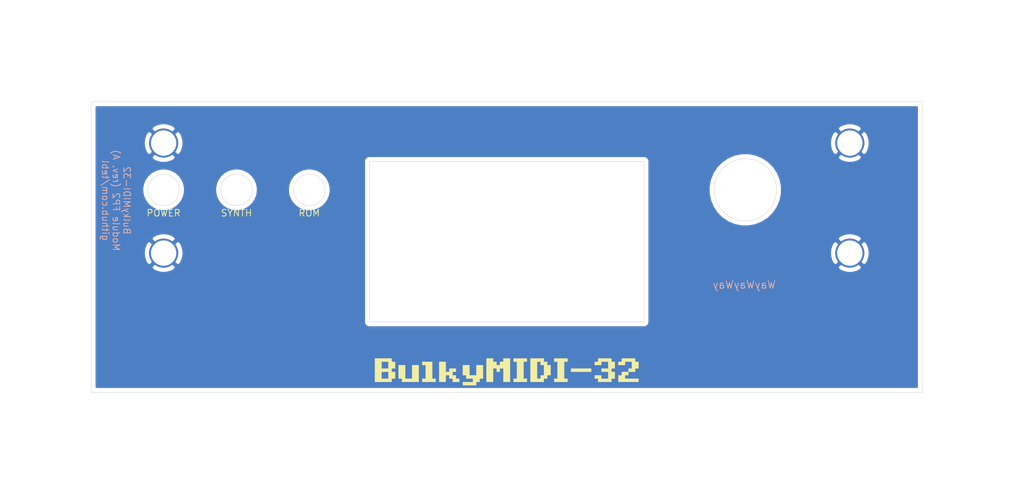
<source format=kicad_pcb>
(kicad_pcb (version 20171130) (host pcbnew "(5.1.8)-1")

  (general
    (thickness 1.6)
    (drawings 21)
    (tracks 0)
    (zones 0)
    (modules 5)
    (nets 2)
  )

  (page A4)
  (layers
    (0 F.Cu signal)
    (31 B.Cu signal)
    (32 B.Adhes user)
    (33 F.Adhes user)
    (34 B.Paste user)
    (35 F.Paste user)
    (36 B.SilkS user)
    (37 F.SilkS user)
    (38 B.Mask user)
    (39 F.Mask user)
    (40 Dwgs.User user)
    (41 Cmts.User user)
    (42 Eco1.User user)
    (43 Eco2.User user)
    (44 Edge.Cuts user)
    (45 Margin user)
    (46 B.CrtYd user)
    (47 F.CrtYd user)
    (48 B.Fab user hide)
    (49 F.Fab user)
  )

  (setup
    (last_trace_width 0.25)
    (trace_clearance 0.2)
    (zone_clearance 0.508)
    (zone_45_only no)
    (trace_min 0.2)
    (via_size 0.8)
    (via_drill 0.4)
    (via_min_size 0.4)
    (via_min_drill 0.3)
    (uvia_size 0.3)
    (uvia_drill 0.1)
    (uvias_allowed no)
    (uvia_min_size 0.2)
    (uvia_min_drill 0.1)
    (edge_width 0.05)
    (segment_width 0.2)
    (pcb_text_width 0.3)
    (pcb_text_size 1.5 1.5)
    (mod_edge_width 0.12)
    (mod_text_size 1 1)
    (mod_text_width 0.15)
    (pad_size 1.524 1.524)
    (pad_drill 0.762)
    (pad_to_mask_clearance 0)
    (aux_axis_origin 0 0)
    (grid_origin 141.09 121.579)
    (visible_elements 7FFFFFFF)
    (pcbplotparams
      (layerselection 0x011fc_ffffffff)
      (usegerberextensions true)
      (usegerberattributes false)
      (usegerberadvancedattributes false)
      (creategerberjobfile false)
      (excludeedgelayer true)
      (linewidth 0.100000)
      (plotframeref false)
      (viasonmask false)
      (mode 1)
      (useauxorigin false)
      (hpglpennumber 1)
      (hpglpenspeed 20)
      (hpglpendiameter 15.000000)
      (psnegative false)
      (psa4output false)
      (plotreference true)
      (plotvalue true)
      (plotinvisibletext false)
      (padsonsilk false)
      (subtractmaskfromsilk false)
      (outputformat 1)
      (mirror false)
      (drillshape 0)
      (scaleselection 1)
      (outputdirectory "export/"))
  )

  (net 0 "")
  (net 1 GND)

  (net_class Default "This is the default net class."
    (clearance 0.2)
    (trace_width 0.25)
    (via_dia 0.8)
    (via_drill 0.4)
    (uvia_dia 0.3)
    (uvia_drill 0.1)
  )

  (net_class PWR ""
    (clearance 0.2)
    (trace_width 0.381)
    (via_dia 0.8)
    (via_drill 0.4)
    (uvia_dia 0.3)
    (uvia_drill 0.1)
    (add_net GND)
  )

  (module artwork:BulkyMIDI-32_small locked (layer F.Cu) (tedit 0) (tstamp 62CA114F)
    (at 141.09 143.502)
    (fp_text reference G*** (at 0 0) (layer F.SilkS) hide
      (effects (font (size 1.524 1.524) (thickness 0.3)))
    )
    (fp_text value LOGO (at 0.75 0) (layer F.SilkS) hide
      (effects (font (size 1.524 1.524) (thickness 0.3)))
    )
    (fp_poly (pts (xy 10.17017 0) (xy 7.729329 0) (xy 7.729329 -0.406807) (xy 10.17017 -0.406807)
      (xy 10.17017 0)) (layer F.SilkS) (width 0.01))
    (fp_poly (pts (xy 14.645045 -0.406807) (xy 15.051852 -0.406807) (xy 15.051852 -1.220421) (xy 14.238238 -1.220421)
      (xy 14.238238 -0.813614) (xy 13.424625 -0.813614) (xy 13.424625 -1.220421) (xy 13.831431 -1.220421)
      (xy 13.831431 -1.627227) (xy 15.458659 -1.627227) (xy 15.458659 -1.220421) (xy 15.865465 -1.220421)
      (xy 15.865465 -0.406807) (xy 15.458659 -0.406807) (xy 15.458659 0) (xy 14.645045 0)
      (xy 14.645045 -0.406807)) (layer F.SilkS) (width 0.01))
    (fp_poly (pts (xy 14.645045 0.406807) (xy 14.238238 0.406807) (xy 14.238238 0.813613) (xy 15.865465 0.813613)
      (xy 15.865465 1.22042) (xy 13.424625 1.22042) (xy 13.424625 0.406807) (xy 13.831431 0.406807)
      (xy 13.831431 0) (xy 14.645045 0) (xy 14.645045 0.406807)) (layer F.SilkS) (width 0.01))
    (fp_poly (pts (xy 12.611011 -1.220421) (xy 13.017818 -1.220421) (xy 13.017818 -0.406807) (xy 12.611011 -0.406807)
      (xy 12.611011 0) (xy 13.017818 0) (xy 13.017818 0.813613) (xy 12.611011 0.813613)
      (xy 12.611011 1.22042) (xy 10.983784 1.22042) (xy 10.983784 0.813613) (xy 10.576977 0.813613)
      (xy 10.576977 0.406807) (xy 11.390591 0.406807) (xy 11.390591 0.813613) (xy 12.204204 0.813613)
      (xy 12.204204 0) (xy 11.390591 0) (xy 11.390591 -0.406807) (xy 12.204204 -0.406807)
      (xy 12.204204 -1.220421) (xy 11.390591 -1.220421) (xy 11.390591 -0.813614) (xy 10.576977 -0.813614)
      (xy 10.576977 -1.220421) (xy 10.983784 -1.220421) (xy 10.983784 -1.627227) (xy 12.611011 -1.627227)
      (xy 12.611011 -1.220421)) (layer F.SilkS) (width 0.01))
    (fp_poly (pts (xy 7.322522 -1.220421) (xy 6.915716 -1.220421) (xy 6.915716 0.813613) (xy 7.322522 0.813613)
      (xy 7.322522 1.22042) (xy 5.695295 1.22042) (xy 5.695295 0.813613) (xy 6.102102 0.813613)
      (xy 6.102102 -1.220421) (xy 5.695295 -1.220421) (xy 5.695295 -1.627227) (xy 7.322522 -1.627227)
      (xy 7.322522 -1.220421)) (layer F.SilkS) (width 0.01))
    (fp_poly (pts (xy 4.474875 -1.220421) (xy 4.881682 -1.220421) (xy 4.881682 -0.813614) (xy 5.288488 -0.813614)
      (xy 5.288488 0.406807) (xy 4.881682 0.406807) (xy 4.881682 0.813613) (xy 4.474875 0.813613)
      (xy 4.474875 1.22042) (xy 2.847648 1.22042) (xy 2.847648 -1.220421) (xy 3.661261 -1.220421)
      (xy 3.661261 0.813613) (xy 4.068068 0.813613) (xy 4.068068 0.406807) (xy 4.474875 0.406807)
      (xy 4.474875 -0.813614) (xy 4.068068 -0.813614) (xy 4.068068 -1.220421) (xy 3.661261 -1.220421)
      (xy 2.847648 -1.220421) (xy 2.847648 -1.627227) (xy 4.474875 -1.627227) (xy 4.474875 -1.220421)) (layer F.SilkS) (width 0.01))
    (fp_poly (pts (xy 2.440841 -1.220421) (xy 2.034034 -1.220421) (xy 2.034034 0.813613) (xy 2.440841 0.813613)
      (xy 2.440841 1.22042) (xy 0.813614 1.22042) (xy 0.813614 0.813613) (xy 1.22042 0.813613)
      (xy 1.22042 -1.220421) (xy 0.813614 -1.220421) (xy 0.813614 -1.627227) (xy 2.440841 -1.627227)
      (xy 2.440841 -1.220421)) (layer F.SilkS) (width 0.01))
    (fp_poly (pts (xy -1.627227 -1.220421) (xy -1.22042 -1.220421) (xy -1.22042 -0.813614) (xy -0.813614 -0.813614)
      (xy -0.813614 -1.220421) (xy -0.406807 -1.220421) (xy -0.406807 -1.627227) (xy 0.406807 -1.627227)
      (xy 0.406807 1.22042) (xy -0.406807 1.22042) (xy -0.406807 -0.406807) (xy -0.813614 -0.406807)
      (xy -0.813614 0) (xy -1.22042 0) (xy -1.22042 -0.406807) (xy -1.627227 -0.406807)
      (xy -1.627227 1.22042) (xy -2.440841 1.22042) (xy -2.440841 -1.627227) (xy -1.627227 -1.627227)
      (xy -1.627227 -1.220421)) (layer F.SilkS) (width 0.01))
    (fp_poly (pts (xy -7.322523 0) (xy -6.915716 0) (xy -6.915716 -0.406807) (xy -6.102102 -0.406807)
      (xy -6.102102 0) (xy -6.508909 0) (xy -6.508909 0.406807) (xy -6.102102 0.406807)
      (xy -6.102102 0.813613) (xy -5.695295 0.813613) (xy -5.695295 1.22042) (xy -6.508909 1.22042)
      (xy -6.508909 0.813613) (xy -6.915716 0.813613) (xy -6.915716 0.406807) (xy -7.322523 0.406807)
      (xy -7.322523 1.22042) (xy -8.136136 1.22042) (xy -8.136136 -1.220421) (xy -7.322523 -1.220421)
      (xy -7.322523 0)) (layer F.SilkS) (width 0.01))
    (fp_poly (pts (xy -8.94975 0.813613) (xy -8.542943 0.813613) (xy -8.542943 1.22042) (xy -10.17017 1.22042)
      (xy -10.17017 0.813613) (xy -9.763363 0.813613) (xy -9.763363 -0.813614) (xy -10.17017 -0.813614)
      (xy -10.17017 -1.220421) (xy -8.94975 -1.220421) (xy -8.94975 0.813613)) (layer F.SilkS) (width 0.01))
    (fp_poly (pts (xy -12.204204 0.813613) (xy -11.390591 0.813613) (xy -11.390591 -0.813614) (xy -10.576977 -0.813614)
      (xy -10.576977 1.22042) (xy -12.611011 1.22042) (xy -12.611011 0.813613) (xy -13.017818 0.813613)
      (xy -13.017818 -0.813614) (xy -12.204204 -0.813614) (xy -12.204204 0.813613)) (layer F.SilkS) (width 0.01))
    (fp_poly (pts (xy -13.831431 -1.220421) (xy -13.424625 -1.220421) (xy -13.424625 -0.406807) (xy -13.831431 -0.406807)
      (xy -13.831431 0) (xy -13.424625 0) (xy -13.424625 0.813613) (xy -13.831431 0.813613)
      (xy -13.831431 1.22042) (xy -15.865465 1.22042) (xy -15.865465 0) (xy -15.051852 0)
      (xy -15.051852 0.813613) (xy -14.238238 0.813613) (xy -14.238238 0) (xy -15.051852 0)
      (xy -15.865465 0) (xy -15.865465 -1.220421) (xy -15.051852 -1.220421) (xy -15.051852 -0.406807)
      (xy -14.238238 -0.406807) (xy -14.238238 -1.220421) (xy -15.051852 -1.220421) (xy -15.865465 -1.220421)
      (xy -15.865465 -1.627227) (xy -13.831431 -1.627227) (xy -13.831431 -1.220421)) (layer F.SilkS) (width 0.01))
    (fp_poly (pts (xy -4.474875 0.406807) (xy -3.661261 0.406807) (xy -3.661261 -0.813614) (xy -2.847648 -0.813614)
      (xy -2.847648 0.813613) (xy -3.254454 0.813613) (xy -3.254454 1.22042) (xy -3.661261 1.22042)
      (xy -3.661261 1.627227) (xy -5.288489 1.627227) (xy -5.288489 1.22042) (xy -4.068068 1.22042)
      (xy -4.068068 0.813613) (xy -4.881682 0.813613) (xy -4.881682 0.406807) (xy -5.288489 0.406807)
      (xy -5.288489 -0.813614) (xy -4.474875 -0.813614) (xy -4.474875 0.406807)) (layer F.SilkS) (width 0.01))
  )

  (module mounting:M3_pin (layer F.Cu) (tedit 5F76331A) (tstamp 6282A424)
    (at 99.815 129.199)
    (descr "module 1 pin (ou trou mecanique de percage)")
    (tags DEV)
    (path /6282631C)
    (fp_text reference M1 (at 3.048 0) (layer F.Fab) hide
      (effects (font (size 1 1) (thickness 0.15)))
    )
    (fp_text value Mounting_Pin (at 0 3) (layer F.Fab) hide
      (effects (font (size 1 1) (thickness 0.15)))
    )
    (fp_circle (center 0 0) (end 2.6 0) (layer F.CrtYd) (width 0.05))
    (fp_circle (center 0 0) (end 2 0.8) (layer F.Fab) (width 0.1))
    (pad 1 thru_hole circle (at 0 0) (size 3.5 3.5) (drill 3.048) (layers *.Cu *.Mask)
      (net 1 GND) (solder_mask_margin 0.8))
  )

  (module mounting:M3_pin (layer F.Cu) (tedit 5F76331A) (tstamp 6282A42B)
    (at 182.365 129.199)
    (descr "module 1 pin (ou trou mecanique de percage)")
    (tags DEV)
    (path /62826824)
    (fp_text reference M2 (at 0 -3.048) (layer F.Fab) hide
      (effects (font (size 1 1) (thickness 0.15)))
    )
    (fp_text value Mounting_Pin (at 0 3) (layer F.Fab) hide
      (effects (font (size 1 1) (thickness 0.15)))
    )
    (fp_circle (center 0 0) (end 2 0.8) (layer F.Fab) (width 0.1))
    (fp_circle (center 0 0) (end 2.6 0) (layer F.CrtYd) (width 0.05))
    (pad 1 thru_hole circle (at 0 0) (size 3.5 3.5) (drill 3.048) (layers *.Cu *.Mask)
      (net 1 GND) (solder_mask_margin 0.8))
  )

  (module mounting:M3_pin (layer F.Cu) (tedit 5F76331A) (tstamp 6282A432)
    (at 182.365 115.949)
    (descr "module 1 pin (ou trou mecanique de percage)")
    (tags DEV)
    (path /62826D8F)
    (fp_text reference M3 (at 0 -3.048) (layer F.Fab) hide
      (effects (font (size 1 1) (thickness 0.15)))
    )
    (fp_text value Mounting_Pin (at 0 3) (layer F.Fab) hide
      (effects (font (size 1 1) (thickness 0.15)))
    )
    (fp_circle (center 0 0) (end 2.6 0) (layer F.CrtYd) (width 0.05))
    (fp_circle (center 0 0) (end 2 0.8) (layer F.Fab) (width 0.1))
    (pad 1 thru_hole circle (at 0 0) (size 3.5 3.5) (drill 3.048) (layers *.Cu *.Mask)
      (net 1 GND) (solder_mask_margin 0.8))
  )

  (module mounting:M3_pin (layer F.Cu) (tedit 5F76331A) (tstamp 6282A439)
    (at 99.815 115.949)
    (descr "module 1 pin (ou trou mecanique de percage)")
    (tags DEV)
    (path /62827110)
    (fp_text reference M4 (at 0 -3.048) (layer F.Fab) hide
      (effects (font (size 1 1) (thickness 0.15)))
    )
    (fp_text value Mounting_Pin (at 0 3) (layer F.Fab) hide
      (effects (font (size 1 1) (thickness 0.15)))
    )
    (fp_circle (center 0 0) (end 2 0.8) (layer F.Fab) (width 0.1))
    (fp_circle (center 0 0) (end 2.6 0) (layer F.CrtYd) (width 0.05))
    (pad 1 thru_hole circle (at 0 0) (size 3.5 3.5) (drill 3.048) (layers *.Cu *.Mask)
      (net 1 GND) (solder_mask_margin 0.8))
  )

  (gr_text WayWayWay (at 169.665 133.009) (layer B.SilkS) (tstamp 6611F18A)
    (effects (font (size 0.9 0.9) (thickness 0.1)) (justify mirror))
  )
  (gr_text JLCJLCJLCJLC (at 112.515 133.009) (layer F.Fab) (tstamp 6611F189)
    (effects (font (size 0.9 0.9) (thickness 0.1)) (justify mirror))
  )
  (gr_text ROM (at 117.338 124.373) (layer F.SilkS) (tstamp 62CA11A0)
    (effects (font (size 0.8 0.8) (thickness 0.1)))
  )
  (gr_line (start 191.09 134.174) (end 191.09 145.974) (layer Edge.Cuts) (width 0.05) (tstamp 62C9B2AC))
  (gr_line (start 91.09 134.174) (end 91.09 145.974) (layer Edge.Cuts) (width 0.05) (tstamp 62C9B2A0))
  (gr_line (start 91.09 134.174) (end 191.09 134.174) (layer Dwgs.User) (width 0.01) (tstamp 62C9B281))
  (gr_text SYNTH (at 108.578 124.373) (layer F.SilkS) (tstamp 62C9AFDD)
    (effects (font (size 0.8 0.8) (thickness 0.1)))
  )
  (gr_circle (center 117.338 121.579) (end 119.238 121.579) (layer Edge.Cuts) (width 0.05) (tstamp 62C9AFCA))
  (gr_line (start 124.58 137.475) (end 124.58 118.169) (layer Edge.Cuts) (width 0.05) (tstamp 6292298E))
  (gr_line (start 157.6 137.475) (end 124.58 137.475) (layer Edge.Cuts) (width 0.05))
  (gr_line (start 157.6 118.169) (end 157.6 137.475) (layer Edge.Cuts) (width 0.05))
  (gr_line (start 124.58 118.169) (end 157.6 118.169) (layer Edge.Cuts) (width 0.05))
  (gr_circle (center 169.792 121.579) (end 173.542 121.579) (layer Edge.Cuts) (width 0.05) (tstamp 629228F6))
  (gr_text "BulkyMIDI-32\nModule FP2 (rev. A)\ngithub.com/tebl" (at 94.1 122.849 270) (layer B.SilkS) (tstamp 6286D3C9)
    (effects (font (size 0.8 0.8) (thickness 0.1)) (justify mirror))
  )
  (gr_circle (center 108.578 121.579) (end 110.478 121.579) (layer Edge.Cuts) (width 0.05) (tstamp 62922778))
  (gr_text POWER (at 99.815 124.373) (layer F.SilkS) (tstamp 62922779)
    (effects (font (size 0.8 0.8) (thickness 0.1)))
  )
  (gr_circle (center 99.815 121.579) (end 101.715 121.579) (layer Edge.Cuts) (width 0.05) (tstamp 62922778))
  (gr_line (start 191.09 110.974) (end 91.09 110.974) (layer Edge.Cuts) (width 0.05) (tstamp 6282E722))
  (gr_line (start 91.09 145.974) (end 191.09 145.974) (layer Edge.Cuts) (width 0.05) (tstamp 620DB217))
  (gr_line (start 91.09 110.974) (end 91.09 134.174) (layer Edge.Cuts) (width 0.05))
  (gr_line (start 191.09 134.174) (end 191.09 110.974) (layer Edge.Cuts) (width 0.05))

  (zone (net 1) (net_name GND) (layer B.Cu) (tstamp 0) (hatch edge 0.508)
    (connect_pads (clearance 0.508))
    (min_thickness 0.254)
    (fill yes (arc_segments 32) (thermal_gap 0.508) (thermal_bridge_width 0.508))
    (polygon
      (pts
        (xy 203.32 157.139) (xy 80.13 157.139) (xy 80.13 98.719) (xy 203.32 98.719)
      )
    )
    (filled_polygon
      (pts
        (xy 190.43 134.141581) (xy 190.43 134.141582) (xy 190.430001 145.314) (xy 91.75 145.314) (xy 91.75 130.868609)
        (xy 98.324997 130.868609) (xy 98.511073 131.209766) (xy 98.928409 131.425513) (xy 99.379815 131.555696) (xy 99.847946 131.595313)
        (xy 100.314811 131.542842) (xy 100.762468 131.400297) (xy 101.118927 131.209766) (xy 101.305003 130.868609) (xy 99.815 129.378605)
        (xy 98.324997 130.868609) (xy 91.75 130.868609) (xy 91.75 129.231946) (xy 97.418687 129.231946) (xy 97.471158 129.698811)
        (xy 97.613703 130.146468) (xy 97.804234 130.502927) (xy 98.145391 130.689003) (xy 99.635395 129.199) (xy 99.994605 129.199)
        (xy 101.484609 130.689003) (xy 101.825766 130.502927) (xy 102.041513 130.085591) (xy 102.171696 129.634185) (xy 102.211313 129.166054)
        (xy 102.158842 128.699189) (xy 102.016297 128.251532) (xy 101.825766 127.895073) (xy 101.484609 127.708997) (xy 99.994605 129.199)
        (xy 99.635395 129.199) (xy 98.145391 127.708997) (xy 97.804234 127.895073) (xy 97.588487 128.312409) (xy 97.458304 128.763815)
        (xy 97.418687 129.231946) (xy 91.75 129.231946) (xy 91.75 127.529391) (xy 98.324997 127.529391) (xy 99.815 129.019395)
        (xy 101.305003 127.529391) (xy 101.118927 127.188234) (xy 100.701591 126.972487) (xy 100.250185 126.842304) (xy 99.782054 126.802687)
        (xy 99.315189 126.855158) (xy 98.867532 126.997703) (xy 98.511073 127.188234) (xy 98.324997 127.529391) (xy 91.75 127.529391)
        (xy 91.75 121.326116) (xy 97.247423 121.326116) (xy 97.247423 121.831884) (xy 97.346094 122.327934) (xy 97.539643 122.795204)
        (xy 97.820633 123.215735) (xy 98.178265 123.573367) (xy 98.598796 123.854357) (xy 99.066066 124.047906) (xy 99.562116 124.146577)
        (xy 100.067884 124.146577) (xy 100.563934 124.047906) (xy 101.031204 123.854357) (xy 101.451735 123.573367) (xy 101.809367 123.215735)
        (xy 102.090357 122.795204) (xy 102.283906 122.327934) (xy 102.382577 121.831884) (xy 102.382577 121.326116) (xy 106.010423 121.326116)
        (xy 106.010423 121.831884) (xy 106.109094 122.327934) (xy 106.302643 122.795204) (xy 106.583633 123.215735) (xy 106.941265 123.573367)
        (xy 107.361796 123.854357) (xy 107.829066 124.047906) (xy 108.325116 124.146577) (xy 108.830884 124.146577) (xy 109.326934 124.047906)
        (xy 109.794204 123.854357) (xy 110.214735 123.573367) (xy 110.572367 123.215735) (xy 110.853357 122.795204) (xy 111.046906 122.327934)
        (xy 111.145577 121.831884) (xy 111.145577 121.326116) (xy 114.770423 121.326116) (xy 114.770423 121.831884) (xy 114.869094 122.327934)
        (xy 115.062643 122.795204) (xy 115.343633 123.215735) (xy 115.701265 123.573367) (xy 116.121796 123.854357) (xy 116.589066 124.047906)
        (xy 117.085116 124.146577) (xy 117.590884 124.146577) (xy 118.086934 124.047906) (xy 118.554204 123.854357) (xy 118.974735 123.573367)
        (xy 119.332367 123.215735) (xy 119.613357 122.795204) (xy 119.806906 122.327934) (xy 119.905577 121.831884) (xy 119.905577 121.326116)
        (xy 119.806906 120.830066) (xy 119.613357 120.362796) (xy 119.332367 119.942265) (xy 118.974735 119.584633) (xy 118.554204 119.303643)
        (xy 118.086934 119.110094) (xy 117.590884 119.011423) (xy 117.085116 119.011423) (xy 116.589066 119.110094) (xy 116.121796 119.303643)
        (xy 115.701265 119.584633) (xy 115.343633 119.942265) (xy 115.062643 120.362796) (xy 114.869094 120.830066) (xy 114.770423 121.326116)
        (xy 111.145577 121.326116) (xy 111.046906 120.830066) (xy 110.853357 120.362796) (xy 110.572367 119.942265) (xy 110.214735 119.584633)
        (xy 109.794204 119.303643) (xy 109.326934 119.110094) (xy 108.830884 119.011423) (xy 108.325116 119.011423) (xy 107.829066 119.110094)
        (xy 107.361796 119.303643) (xy 106.941265 119.584633) (xy 106.583633 119.942265) (xy 106.302643 120.362796) (xy 106.109094 120.830066)
        (xy 106.010423 121.326116) (xy 102.382577 121.326116) (xy 102.283906 120.830066) (xy 102.090357 120.362796) (xy 101.809367 119.942265)
        (xy 101.451735 119.584633) (xy 101.031204 119.303643) (xy 100.563934 119.110094) (xy 100.067884 119.011423) (xy 99.562116 119.011423)
        (xy 99.066066 119.110094) (xy 98.598796 119.303643) (xy 98.178265 119.584633) (xy 97.820633 119.942265) (xy 97.539643 120.362796)
        (xy 97.346094 120.830066) (xy 97.247423 121.326116) (xy 91.75 121.326116) (xy 91.75 117.618609) (xy 98.324997 117.618609)
        (xy 98.511073 117.959766) (xy 98.928409 118.175513) (xy 99.379815 118.305696) (xy 99.847946 118.345313) (xy 100.314811 118.292842)
        (xy 100.703731 118.169) (xy 123.916807 118.169) (xy 123.920001 118.201429) (xy 123.92 137.442581) (xy 123.916807 137.475)
        (xy 123.92955 137.604383) (xy 123.96729 137.728793) (xy 124.028575 137.84345) (xy 124.111052 137.943948) (xy 124.21155 138.026425)
        (xy 124.326207 138.08771) (xy 124.450617 138.12545) (xy 124.58 138.138193) (xy 124.612419 138.135) (xy 157.567581 138.135)
        (xy 157.6 138.138193) (xy 157.632419 138.135) (xy 157.729383 138.12545) (xy 157.853793 138.08771) (xy 157.96845 138.026425)
        (xy 158.068948 137.943948) (xy 158.151425 137.84345) (xy 158.21271 137.728793) (xy 158.25045 137.604383) (xy 158.263193 137.475)
        (xy 158.26 137.442581) (xy 158.26 130.868609) (xy 180.874997 130.868609) (xy 181.061073 131.209766) (xy 181.478409 131.425513)
        (xy 181.929815 131.555696) (xy 182.397946 131.595313) (xy 182.864811 131.542842) (xy 183.312468 131.400297) (xy 183.668927 131.209766)
        (xy 183.855003 130.868609) (xy 182.365 129.378605) (xy 180.874997 130.868609) (xy 158.26 130.868609) (xy 158.26 129.231946)
        (xy 179.968687 129.231946) (xy 180.021158 129.698811) (xy 180.163703 130.146468) (xy 180.354234 130.502927) (xy 180.695391 130.689003)
        (xy 182.185395 129.199) (xy 182.544605 129.199) (xy 184.034609 130.689003) (xy 184.375766 130.502927) (xy 184.591513 130.085591)
        (xy 184.721696 129.634185) (xy 184.761313 129.166054) (xy 184.708842 128.699189) (xy 184.566297 128.251532) (xy 184.375766 127.895073)
        (xy 184.034609 127.708997) (xy 182.544605 129.199) (xy 182.185395 129.199) (xy 180.695391 127.708997) (xy 180.354234 127.895073)
        (xy 180.138487 128.312409) (xy 180.008304 128.763815) (xy 179.968687 129.231946) (xy 158.26 129.231946) (xy 158.26 127.529391)
        (xy 180.874997 127.529391) (xy 182.365 129.019395) (xy 183.855003 127.529391) (xy 183.668927 127.188234) (xy 183.251591 126.972487)
        (xy 182.800185 126.842304) (xy 182.332054 126.802687) (xy 181.865189 126.855158) (xy 181.417532 126.997703) (xy 181.061073 127.188234)
        (xy 180.874997 127.529391) (xy 158.26 127.529391) (xy 158.26 121.144784) (xy 165.383332 121.144784) (xy 165.383332 122.013216)
        (xy 165.552754 122.864961) (xy 165.885089 123.667288) (xy 166.367564 124.389362) (xy 166.981638 125.003436) (xy 167.703712 125.485911)
        (xy 168.506039 125.818246) (xy 169.357784 125.987668) (xy 170.226216 125.987668) (xy 171.077961 125.818246) (xy 171.880288 125.485911)
        (xy 172.602362 125.003436) (xy 173.216436 124.389362) (xy 173.698911 123.667288) (xy 174.031246 122.864961) (xy 174.200668 122.013216)
        (xy 174.200668 121.144784) (xy 174.031246 120.293039) (xy 173.698911 119.490712) (xy 173.216436 118.768638) (xy 172.602362 118.154564)
        (xy 171.880288 117.672089) (xy 171.751176 117.618609) (xy 180.874997 117.618609) (xy 181.061073 117.959766) (xy 181.478409 118.175513)
        (xy 181.929815 118.305696) (xy 182.397946 118.345313) (xy 182.864811 118.292842) (xy 183.312468 118.150297) (xy 183.668927 117.959766)
        (xy 183.855003 117.618609) (xy 182.365 116.128605) (xy 180.874997 117.618609) (xy 171.751176 117.618609) (xy 171.077961 117.339754)
        (xy 170.226216 117.170332) (xy 169.357784 117.170332) (xy 168.506039 117.339754) (xy 167.703712 117.672089) (xy 166.981638 118.154564)
        (xy 166.367564 118.768638) (xy 165.885089 119.490712) (xy 165.552754 120.293039) (xy 165.383332 121.144784) (xy 158.26 121.144784)
        (xy 158.26 118.201419) (xy 158.263193 118.169) (xy 158.25045 118.039617) (xy 158.21271 117.915207) (xy 158.151425 117.80055)
        (xy 158.068948 117.700052) (xy 157.96845 117.617575) (xy 157.853793 117.55629) (xy 157.729383 117.51855) (xy 157.632419 117.509)
        (xy 157.6 117.505807) (xy 157.567581 117.509) (xy 124.612419 117.509) (xy 124.58 117.505807) (xy 124.547581 117.509)
        (xy 124.450617 117.51855) (xy 124.326207 117.55629) (xy 124.21155 117.617575) (xy 124.111052 117.700052) (xy 124.028575 117.80055)
        (xy 123.96729 117.915207) (xy 123.92955 118.039617) (xy 123.916807 118.169) (xy 100.703731 118.169) (xy 100.762468 118.150297)
        (xy 101.118927 117.959766) (xy 101.305003 117.618609) (xy 99.815 116.128605) (xy 98.324997 117.618609) (xy 91.75 117.618609)
        (xy 91.75 115.981946) (xy 97.418687 115.981946) (xy 97.471158 116.448811) (xy 97.613703 116.896468) (xy 97.804234 117.252927)
        (xy 98.145391 117.439003) (xy 99.635395 115.949) (xy 99.994605 115.949) (xy 101.484609 117.439003) (xy 101.825766 117.252927)
        (xy 102.041513 116.835591) (xy 102.171696 116.384185) (xy 102.205736 115.981946) (xy 179.968687 115.981946) (xy 180.021158 116.448811)
        (xy 180.163703 116.896468) (xy 180.354234 117.252927) (xy 180.695391 117.439003) (xy 182.185395 115.949) (xy 182.544605 115.949)
        (xy 184.034609 117.439003) (xy 184.375766 117.252927) (xy 184.591513 116.835591) (xy 184.721696 116.384185) (xy 184.761313 115.916054)
        (xy 184.708842 115.449189) (xy 184.566297 115.001532) (xy 184.375766 114.645073) (xy 184.034609 114.458997) (xy 182.544605 115.949)
        (xy 182.185395 115.949) (xy 180.695391 114.458997) (xy 180.354234 114.645073) (xy 180.138487 115.062409) (xy 180.008304 115.513815)
        (xy 179.968687 115.981946) (xy 102.205736 115.981946) (xy 102.211313 115.916054) (xy 102.158842 115.449189) (xy 102.016297 115.001532)
        (xy 101.825766 114.645073) (xy 101.484609 114.458997) (xy 99.994605 115.949) (xy 99.635395 115.949) (xy 98.145391 114.458997)
        (xy 97.804234 114.645073) (xy 97.588487 115.062409) (xy 97.458304 115.513815) (xy 97.418687 115.981946) (xy 91.75 115.981946)
        (xy 91.75 114.279391) (xy 98.324997 114.279391) (xy 99.815 115.769395) (xy 101.305003 114.279391) (xy 180.874997 114.279391)
        (xy 182.365 115.769395) (xy 183.855003 114.279391) (xy 183.668927 113.938234) (xy 183.251591 113.722487) (xy 182.800185 113.592304)
        (xy 182.332054 113.552687) (xy 181.865189 113.605158) (xy 181.417532 113.747703) (xy 181.061073 113.938234) (xy 180.874997 114.279391)
        (xy 101.305003 114.279391) (xy 101.118927 113.938234) (xy 100.701591 113.722487) (xy 100.250185 113.592304) (xy 99.782054 113.552687)
        (xy 99.315189 113.605158) (xy 98.867532 113.747703) (xy 98.511073 113.938234) (xy 98.324997 114.279391) (xy 91.75 114.279391)
        (xy 91.75 111.634) (xy 190.430001 111.634)
      )
    )
  )
)

</source>
